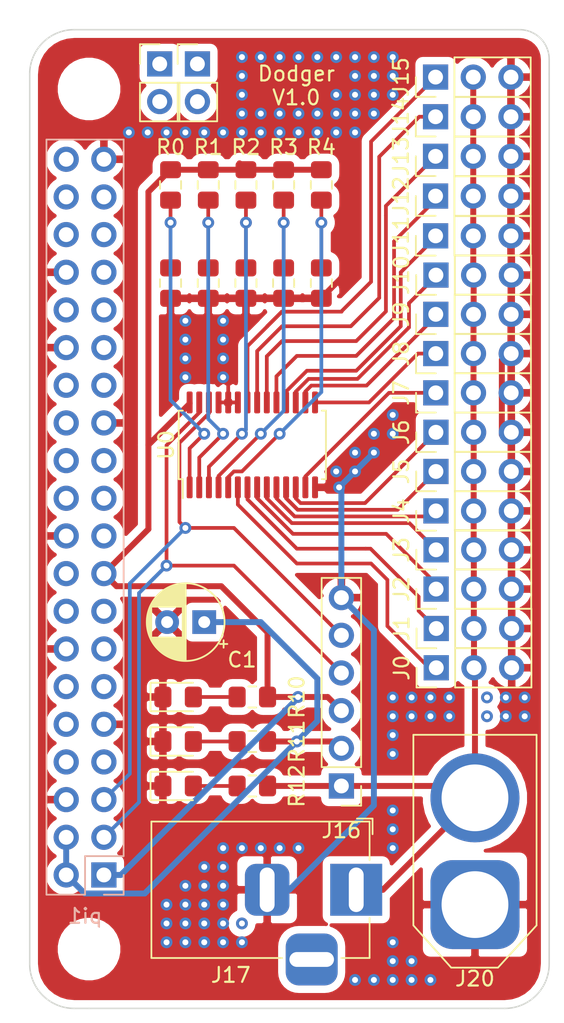
<source format=kicad_pcb>
(kicad_pcb (version 20171130) (host pcbnew "(5.1.6)-1")
  (layers (0 F.Cu signal) (31 B.Cu signal) (34 B.Paste user) (35 F.Paste user) (36 B.SilkS user) (37 F.SilkS user) (38 B.Mask user) (39 F.Mask user) (44 Edge.Cuts user))
  (net 0 "")
  (net 1 VDD)
  (net 2 GND)
  (net 3 /S11)
  (net 4 /S12)
  (net 5 /S13)
  (net 6 +5V)
  (net 7 /SCL)
  (net 8 /SDA)
  (net 9 "Net-(J_POE0-Pad1)")
  (net 10 "Net-(J_POE0-Pad2)")
  (net 11 "Net-(J_POE2-Pad2)")
  (net 12 "Net-(J_POE2-Pad1)")
  (net 13 "Net-(pi1-Pad7)")
  (net 14 "Net-(pi1-Pad12)")
  (net 15 "Net-(pi1-Pad15)")
  (net 16 "Net-(pi1-Pad19)")
  (net 17 "Net-(pi1-Pad21)")
  (net 18 "Net-(pi1-Pad23)")
  (net 19 "Net-(pi1-Pad24)")
  (net 20 "Net-(pi1-Pad26)")
  (net 21 "Net-(pi1-Pad27)")
  (net 22 "Net-(pi1-Pad28)")
  (net 23 "Net-(pi1-Pad32)")
  (net 24 "Net-(pi1-Pad35)")
  (net 25 "Net-(pi1-Pad38)")
  (net 26 "Net-(pi1-Pad40)")
  (net 27 /S0)
  (net 28 /S1)
  (net 29 /S2)
  (net 30 /S3)
  (net 31 /S4)
  (net 32 /S5)
  (net 33 /S6)
  (net 34 /S7)
  (net 35 /S8)
  (net 36 /S9)
  (net 37 /S10)
  (net 38 +3V3)
  (net 39 /S14)
  (net 40 /S15)
  (net 41 "Net-(pi1-Pad8)")
  (net 42 "Net-(pi1-Pad10)")
  (net 43 "Net-(pi1-Pad11)")
  (net 44 "Net-(pi1-Pad13)")
  (net 45 "Net-(pi1-Pad16)")
  (net 46 "Net-(pi1-Pad18)")
  (net 47 "Net-(pi1-Pad22)")
  (net 48 "Net-(pi1-Pad29)")
  (net 49 "Net-(pi1-Pad31)")
  (net 50 "Net-(pi1-Pad33)")
  (net 51 "Net-(pi1-Pad36)")
  (net 52 "Net-(pi1-Pad37)")
  (net 53 /A0)
  (net 54 /A1)
  (net 55 /A2)
  (net 56 /A3)
  (net 57 /A4)
  (net 58 "Net-(D1-Pad2)")
  (net 59 "Net-(D2-Pad2)")
  (net 60 "Net-(D3-Pad2)")
  (module Resistor_SMD:R_0805_2012Metric_Pad1.15x1.40mm_HandSolder (layer F.Cu) (at 112.03 85.09 270)
    (fp_text reference R6)
    (fp_text value R_US)
    (pad 2 smd roundrect (at 1.025 0 270) (size 1.15 1.4) (layers F.Cu F.Paste F.Mask) (roundrect_rratio 0.217391) (net 2 GND))
    (pad 1 smd roundrect (at -1.025 0 270) (size 1.15 1.4) (layers F.Cu F.Paste F.Mask) (roundrect_rratio 0.217391) (net 54 /A1))
  )
  (module Resistor_SMD:R_0805_2012Metric_Pad1.15x1.40mm_HandSolder (layer F.Cu) (at 117.11 78.47 270)
    (fp_text reference R3 (at -2.54 0 180) (layer F.SilkS))
    (fp_text value R_US)
    (pad 2 smd roundrect (at 1.025 0 270) (size 1.15 1.4) (layers F.Cu F.Paste F.Mask) (roundrect_rratio 0.217391) (net 56 /A3))
    (pad 1 smd roundrect (at -1.025 0 270) (size 1.15 1.4) (layers F.Cu F.Paste F.Mask) (roundrect_rratio 0.217391) (net 38 +3V3))
  )
  (module Resistor_SMD:R_0805_2012Metric_Pad1.15x1.40mm_HandSolder (layer F.Cu) (at 119.65 78.47 270)
    (fp_text reference R4 (at -2.54 0 180) (layer F.SilkS))
    (fp_text value R_US)
    (pad 2 smd roundrect (at 1.025 0 270) (size 1.15 1.4) (layers F.Cu F.Paste F.Mask) (roundrect_rratio 0.217391) (net 57 /A4))
    (pad 1 smd roundrect (at -1.025 0 270) (size 1.15 1.4) (layers F.Cu F.Paste F.Mask) (roundrect_rratio 0.217391) (net 38 +3V3))
  )
  (module Resistor_SMD:R_0805_2012Metric_Pad1.15x1.40mm_HandSolder (layer F.Cu) (at 114.57 78.47 270)
    (fp_text reference R2 (at -2.54 0 180) (layer F.SilkS))
    (fp_text value R_US)
    (pad 2 smd roundrect (at 1.025 0 270) (size 1.15 1.4) (layers F.Cu F.Paste F.Mask) (roundrect_rratio 0.217391) (net 55 /A2))
    (pad 1 smd roundrect (at -1.025 0 270) (size 1.15 1.4) (layers F.Cu F.Paste F.Mask) (roundrect_rratio 0.217391) (net 38 +3V3))
  )
  (module Resistor_SMD:R_0805_2012Metric_Pad1.15x1.40mm_HandSolder (layer F.Cu) (at 109.49 78.47 270)
    (fp_text reference R0 (at -2.54 0 180) (layer F.SilkS))
    (fp_text value R_US)
    (pad 2 smd roundrect (at 1.025 0 270) (size 1.15 1.4) (layers F.Cu F.Paste F.Mask) (roundrect_rratio 0.217391) (net 53 /A0))
    (pad 1 smd roundrect (at -1.025 0 270) (size 1.15 1.4) (layers F.Cu F.Paste F.Mask) (roundrect_rratio 0.217391) (net 38 +3V3))
  )
  (module Resistor_SMD:R_0805_2012Metric_Pad1.15x1.40mm_HandSolder (layer F.Cu) (at 112.03 78.47 270)
    (fp_text reference R1 (at -2.54 0 180) (layer F.SilkS))
    (fp_text value R_US)
    (pad 2 smd roundrect (at 1.025 0 270) (size 1.15 1.4) (layers F.Cu F.Paste F.Mask) (roundrect_rratio 0.217391) (net 54 /A1))
    (pad 1 smd roundrect (at -1.025 0 270) (size 1.15 1.4) (layers F.Cu F.Paste F.Mask) (roundrect_rratio 0.217391) (net 38 +3V3))
  )
  (module Package_SO:TSSOP-28_4.4x9.7mm_P0.65mm (layer F.Cu) (at 115 96 90)
    (fp_text reference U0 (at 0 -5.8 90) (layer F.SilkS))
    (fp_text value PCA9685PW)
    (pad 28 smd roundrect (at 2.8625 -4.225 90) (size 1.475 0.4) (layers F.Cu F.Paste F.Mask) (net 38 +3V3))
    (pad 27 smd roundrect (at 2.8625 -3.575 90) (size 1.475 0.4) (layers F.Cu F.Paste F.Mask) (net 8 /SDA))
    (pad 26 smd roundrect (at 2.8625 -2.925 90) (size 1.475 0.4) (layers F.Cu F.Paste F.Mask) (net 7 /SCL))
    (pad 25 smd roundrect (at 2.8625 -2.275 90) (size 1.475 0.4) (layers F.Cu F.Paste F.Mask) (net 2 GND))
    (pad 24 smd roundrect (at 2.8625 -1.625 90) (size 1.475 0.4) (layers F.Cu F.Paste F.Mask) (net 2 GND))
    (pad 23 smd roundrect (at 2.8625 -0.975 90) (size 1.475 0.4) (layers F.Cu F.Paste F.Mask) (net 2 GND))
    (pad 22 smd roundrect (at 2.8625 -0.325 90) (size 1.475 0.4) (layers F.Cu F.Paste F.Mask) (net 40 /S15))
    (pad 21 smd roundrect (at 2.8625 0.325 90) (size 1.475 0.4) (layers F.Cu F.Paste F.Mask) (net 39 /S14))
    (pad 20 smd roundrect (at 2.8625 0.975 90) (size 1.475 0.4) (layers F.Cu F.Paste F.Mask) (net 5 /S13))
    (pad 19 smd roundrect (at 2.8625 1.625 90) (size 1.475 0.4) (layers F.Cu F.Paste F.Mask) (net 4 /S12))
    (pad 18 smd roundrect (at 2.8625 2.275 90) (size 1.475 0.4) (layers F.Cu F.Paste F.Mask) (net 3 /S11))
    (pad 17 smd roundrect (at 2.8625 2.925 90) (size 1.475 0.4) (layers F.Cu F.Paste F.Mask) (net 37 /S10))
    (pad 16 smd roundrect (at 2.8625 3.575 90) (size 1.475 0.4) (layers F.Cu F.Paste F.Mask) (net 36 /S9))
    (pad 15 smd roundrect (at 2.8625 4.225 90) (size 1.475 0.4) (layers F.Cu F.Paste F.Mask) (net 35 /S8))
    (pad 14 smd roundrect (at -2.8625 4.225 90) (size 1.475 0.4) (layers F.Cu F.Paste F.Mask) (net 2 GND))
    (pad 13 smd roundrect (at -2.8625 3.575 90) (size 1.475 0.4) (layers F.Cu F.Paste F.Mask) (net 34 /S7))
    (pad 12 smd roundrect (at -2.8625 2.925 90) (size 1.475 0.4) (layers F.Cu F.Paste F.Mask) (net 33 /S6))
    (pad 11 smd roundrect (at -2.8625 2.275 90) (size 1.475 0.4) (layers F.Cu F.Paste F.Mask) (net 32 /S5))
    (pad 10 smd roundrect (at -2.8625 1.625 90) (size 1.475 0.4) (layers F.Cu F.Paste F.Mask) (net 31 /S4))
    (pad 9 smd roundrect (at -2.8625 0.975 90) (size 1.475 0.4) (layers F.Cu F.Paste F.Mask) (net 30 /S3))
    (pad 8 smd roundrect (at -2.8625 0.325 90) (size 1.475 0.4) (layers F.Cu F.Paste F.Mask) (net 29 /S2))
    (pad 7 smd roundrect (at -2.8625 -0.325 90) (size 1.475 0.4) (layers F.Cu F.Paste F.Mask) (net 28 /S1))
    (pad 6 smd roundrect (at -2.8625 -0.975 90) (size 1.475 0.4) (layers F.Cu F.Paste F.Mask) (net 27 /S0))
    (pad 5 smd roundrect (at -2.8625 -1.625 90) (size 1.475 0.4) (layers F.Cu F.Paste F.Mask) (net 57 /A4))
    (pad 4 smd roundrect (at -2.8625 -2.275 90) (size 1.475 0.4) (layers F.Cu F.Paste F.Mask) (net 56 /A3))
    (pad 3 smd roundrect (at -2.8625 -2.925 90) (size 1.475 0.4) (layers F.Cu F.Paste F.Mask) (net 55 /A2))
    (pad 2 smd roundrect (at -2.8625 -3.575 90) (size 1.475 0.4) (layers F.Cu F.Paste F.Mask) (net 54 /A1))
    (pad 1 smd roundrect (at -2.8625 -4.225 90) (size 1.475 0.4) (layers F.Cu F.Paste F.Mask) (net 53 /A0))
  )
  (module Resistor_SMD:R_0805_2012Metric_Pad1.15x1.40mm_HandSolder (layer F.Cu) (at 109.49 85.09 270)
    (fp_text reference R5)
    (fp_text value R_US)
    (pad 2 smd roundrect (at 1.025 0 270) (size 1.15 1.4) (layers F.Cu F.Paste F.Mask) (roundrect_rratio 0.217391) (net 2 GND))
    (pad 1 smd roundrect (at -1.025 0 270) (size 1.15 1.4) (layers F.Cu F.Paste F.Mask) (roundrect_rratio 0.217391) (net 53 /A0))
  )
  (module Resistor_SMD:R_0805_2012Metric_Pad1.15x1.40mm_HandSolder (layer F.Cu) (at 114.57 85.09 270)
    (fp_text reference R7)
    (fp_text value R_US)
    (pad 2 smd roundrect (at 1.025 0 270) (size 1.15 1.4) (layers F.Cu F.Paste F.Mask) (roundrect_rratio 0.217391) (net 2 GND))
    (pad 1 smd roundrect (at -1.025 0 270) (size 1.15 1.4) (layers F.Cu F.Paste F.Mask) (roundrect_rratio 0.217391) (net 55 /A2))
  )
  (module Resistor_SMD:R_0805_2012Metric_Pad1.15x1.40mm_HandSolder (layer F.Cu) (at 117.11 85.09 270)
    (fp_text reference R8)
    (fp_text value R_US)
    (pad 2 smd roundrect (at 1.025 0 270) (size 1.15 1.4) (layers F.Cu F.Paste F.Mask) (roundrect_rratio 0.217391) (net 2 GND))
    (pad 1 smd roundrect (at -1.025 0 270) (size 1.15 1.4) (layers F.Cu F.Paste F.Mask) (roundrect_rratio 0.217391) (net 56 /A3))
  )
  (module Resistor_SMD:R_0805_2012Metric_Pad1.15x1.40mm_HandSolder (layer F.Cu) (at 119.65 85.09 270)
    (fp_text reference R9)
    (fp_text value R_US)
    (pad 2 smd roundrect (at 1.025 0 270) (size 1.15 1.4) (layers F.Cu F.Paste F.Mask) (roundrect_rratio 0.217391) (net 2 GND))
    (pad 1 smd roundrect (at -1.025 0 270) (size 1.15 1.4) (layers F.Cu F.Paste F.Mask) (roundrect_rratio 0.217391) (net 57 /A4))
  )
  (module Connector_PinHeader_2.54mm:PinHeader_1x03_P2.54mm_Vertical (layer F.Cu) (at 127.3937 111.02848 90)
    (fp_text reference J0 (at 0 -2.33 90) (layer F.SilkS))
    (fp_text value Conn_01x03)
    (pad 1 thru_hole rect (at 0 0 90) (size 1.7 1.7) (drill 1) (layers *.Cu *.Mask) (net 27 /S0))
    (pad 2 thru_hole oval (at 0 2.54 90) (size 1.7 1.7) (drill 1) (layers *.Cu *.Mask) (net 1 VDD))
    (pad 3 thru_hole oval (at 0 5.08 90) (size 1.7 1.7) (drill 1) (layers *.Cu *.Mask) (net 2 GND))
  )
  (module Capacitor_THT:CP_Radial_D5.0mm_P2.50mm (layer F.Cu) (at 111.76 107.95 180)
    (fp_text reference C1 (at -2.54 -2.54) (layer F.SilkS))
    (fp_text value CAP)
    (pad 1 thru_hole rect (at 0 0 180) (size 1.6 1.6) (drill 0.8) (layers *.Cu *.Mask) (net 6 +5V))
    (pad 2 thru_hole circle (at 2.5 0 180) (size 1.6 1.6) (drill 0.8) (layers *.Cu *.Mask) (net 2 GND))
  )
  (module Connector_PinHeader_2.54mm:PinHeader_1x02_P2.54mm_Vertical (layer F.Cu) (at 111.3 70.31)
    (fp_text reference J_POE0)
    (fp_text value Conn_01x02_Female)
    (pad 1 thru_hole rect (at 0 0) (size 1.7 1.7) (drill 1) (layers *.Cu *.Mask) (net 9 "Net-(J_POE0-Pad1)"))
    (pad 2 thru_hole oval (at 0 2.54) (size 1.7 1.7) (drill 1) (layers *.Cu *.Mask) (net 10 "Net-(J_POE0-Pad2)"))
  )
  (module Connector_PinSocket_2.54mm:PinSocket_2x20_P2.54mm_Vertical (layer B.Cu) (at 105 125)
    (fp_text reference pi1 (at -1.27 2.77 180) (layer B.SilkS) (effects (justify mirror)))
    (fp_text value pi)
    (pad 1 thru_hole rect (at 0 0) (size 1.7 1.7) (drill 1) (layers *.Cu *.Mask) (net 38 +3V3))
    (pad 2 thru_hole oval (at -2.54 0) (size 1.7 1.7) (drill 1) (layers *.Cu *.Mask) (net 6 +5V))
    (pad 3 thru_hole oval (at 0 -2.54) (size 1.7 1.7) (drill 1) (layers *.Cu *.Mask) (net 8 /SDA))
    (pad 4 thru_hole oval (at -2.54 -2.54) (size 1.7 1.7) (drill 1) (layers *.Cu *.Mask) (net 6 +5V))
    (pad 5 thru_hole oval (at 0 -5.08) (size 1.7 1.7) (drill 1) (layers *.Cu *.Mask) (net 7 /SCL))
    (pad 6 thru_hole oval (at -2.54 -5.08) (size 1.7 1.7) (drill 1) (layers *.Cu *.Mask) (net 2 GND))
    (pad 7 thru_hole oval (at 0 -7.62) (size 1.7 1.7) (drill 1) (layers *.Cu *.Mask) (net 13 "Net-(pi1-Pad7)"))
    (pad 8 thru_hole oval (at -2.54 -7.62) (size 1.7 1.7) (drill 1) (layers *.Cu *.Mask) (net 41 "Net-(pi1-Pad8)"))
    (pad 9 thru_hole oval (at 0 -10.16) (size 1.7 1.7) (drill 1) (layers *.Cu *.Mask) (net 2 GND))
    (pad 10 thru_hole oval (at -2.54 -10.16) (size 1.7 1.7) (drill 1) (layers *.Cu *.Mask) (net 42 "Net-(pi1-Pad10)"))
    (pad 11 thru_hole oval (at 0 -12.7) (size 1.7 1.7) (drill 1) (layers *.Cu *.Mask) (net 43 "Net-(pi1-Pad11)"))
    (pad 12 thru_hole oval (at -2.54 -12.7) (size 1.7 1.7) (drill 1) (layers *.Cu *.Mask) (net 14 "Net-(pi1-Pad12)"))
    (pad 13 thru_hole oval (at 0 -15.24) (size 1.7 1.7) (drill 1) (layers *.Cu *.Mask) (net 44 "Net-(pi1-Pad13)"))
    (pad 14 thru_hole oval (at -2.54 -15.24) (size 1.7 1.7) (drill 1) (layers *.Cu *.Mask) (net 2 GND))
    (pad 15 thru_hole oval (at 0 -17.78) (size 1.7 1.7) (drill 1) (layers *.Cu *.Mask) (net 15 "Net-(pi1-Pad15)"))
    (pad 16 thru_hole oval (at -2.54 -17.78) (size 1.7 1.7) (drill 1) (layers *.Cu *.Mask) (net 45 "Net-(pi1-Pad16)"))
    (pad 17 thru_hole oval (at 0 -20.32) (size 1.7 1.7) (drill 1) (layers *.Cu *.Mask) (net 38 +3V3))
    (pad 18 thru_hole oval (at -2.54 -20.32) (size 1.7 1.7) (drill 1) (layers *.Cu *.Mask) (net 46 "Net-(pi1-Pad18)"))
    (pad 19 thru_hole oval (at 0 -22.86) (size 1.7 1.7) (drill 1) (layers *.Cu *.Mask) (net 16 "Net-(pi1-Pad19)"))
    (pad 20 thru_hole oval (at -2.54 -22.86) (size 1.7 1.7) (drill 1) (layers *.Cu *.Mask) (net 2 GND))
    (pad 21 thru_hole oval (at 0 -25.4) (size 1.7 1.7) (drill 1) (layers *.Cu *.Mask) (net 17 "Net-(pi1-Pad21)"))
    (pad 22 thru_hole oval (at -2.54 -25.4) (size 1.7 1.7) (drill 1) (layers *.Cu *.Mask) (net 47 "Net-(pi1-Pad22)"))
    (pad 23 thru_hole oval (at 0 -27.94) (size 1.7 1.7) (drill 1) (layers *.Cu *.Mask) (net 18 "Net-(pi1-Pad23)"))
    (pad 24 thru_hole oval (at -2.54 -27.94) (size 1.7 1.7) (drill 1) (layers *.Cu *.Mask) (net 19 "Net-(pi1-Pad24)"))
    (pad 25 thru_hole oval (at 0 -30.48) (size 1.7 1.7) (drill 1) (layers *.Cu *.Mask) (net 2 GND))
    (pad 26 thru_hole oval (at -2.54 -30.48) (size 1.7 1.7) (drill 1) (layers *.Cu *.Mask) (net 20 "Net-(pi1-Pad26)"))
    (pad 27 thru_hole oval (at 0 -33.02) (size 1.7 1.7) (drill 1) (layers *.Cu *.Mask) (net 21 "Net-(pi1-Pad27)"))
    (pad 28 thru_hole oval (at -2.54 -33.02) (size 1.7 1.7) (drill 1) (layers *.Cu *.Mask) (net 22 "Net-(pi1-Pad28)"))
    (pad 29 thru_hole oval (at 0 -35.56) (size 1.7 1.7) (drill 1) (layers *.Cu *.Mask) (net 48 "Net-(pi1-Pad29)"))
    (pad 30 thru_hole oval (at -2.54 -35.56) (size 1.7 1.7) (drill 1) (layers *.Cu *.Mask) (net 2 GND))
    (pad 31 thru_hole oval (at 0 -38.1) (size 1.7 1.7) (drill 1) (layers *.Cu *.Mask) (net 49 "Net-(pi1-Pad31)"))
    (pad 32 thru_hole oval (at -2.54 -38.1) (size 1.7 1.7) (drill 1) (layers *.Cu *.Mask) (net 23 "Net-(pi1-Pad32)"))
    (pad 33 thru_hole oval (at 0 -40.64) (size 1.7 1.7) (drill 1) (layers *.Cu *.Mask) (net 50 "Net-(pi1-Pad33)"))
    (pad 34 thru_hole oval (at -2.54 -40.64) (size 1.7 1.7) (drill 1) (layers *.Cu *.Mask) (net 2 GND))
    (pad 35 thru_hole oval (at 0 -43.18) (size 1.7 1.7) (drill 1) (layers *.Cu *.Mask) (net 24 "Net-(pi1-Pad35)"))
    (pad 36 thru_hole oval (at -2.54 -43.18) (size 1.7 1.7) (drill 1) (layers *.Cu *.Mask) (net 51 "Net-(pi1-Pad36)"))
    (pad 37 thru_hole oval (at 0 -45.72) (size 1.7 1.7) (drill 1) (layers *.Cu *.Mask) (net 52 "Net-(pi1-Pad37)"))
    (pad 38 thru_hole oval (at -2.54 -45.72) (size 1.7 1.7) (drill 1) (layers *.Cu *.Mask) (net 25 "Net-(pi1-Pad38)"))
    (pad 39 thru_hole oval (at 0 -48.26) (size 1.7 1.7) (drill 1) (layers *.Cu *.Mask) (net 2 GND))
    (pad 40 thru_hole oval (at -2.54 -48.26) (size 1.7 1.7) (drill 1) (layers *.Cu *.Mask) (net 26 "Net-(pi1-Pad40)"))
  )
  (module Connector_PinHeader_2.54mm:PinHeader_1x03_P2.54mm_Vertical (layer F.Cu) (at 127.381 103.07574 90)
    (fp_text reference J3 (at 0 -2.33 90) (layer F.SilkS))
    (fp_text value Conn_01x03)
    (pad 1 thru_hole rect (at 0 0 90) (size 1.7 1.7) (drill 1) (layers *.Cu *.Mask) (net 30 /S3))
    (pad 2 thru_hole oval (at 0 2.54 90) (size 1.7 1.7) (drill 1) (layers *.Cu *.Mask) (net 1 VDD))
    (pad 3 thru_hole oval (at 0 5.08 90) (size 1.7 1.7) (drill 1) (layers *.Cu *.Mask) (net 2 GND))
  )
  (module Resistor_SMD:R_0805_2012Metric_Pad1.15x1.40mm_HandSolder (layer F.Cu) (at 115 119 180)
    (fp_text reference R12 (at -3 0 270) (layer F.SilkS))
    (fp_text value R_US)
    (pad 2 smd roundrect (at 1.025 0 180) (size 1.15 1.4) (layers F.Cu F.Paste F.Mask) (roundrect_rratio 0.217391) (net 60 "Net-(D3-Pad2)"))
    (pad 1 smd roundrect (at -1.025 0 180) (size 1.15 1.4) (layers F.Cu F.Paste F.Mask) (roundrect_rratio 0.217391) (net 1 VDD))
  )
  (module Resistor_SMD:R_0805_2012Metric_Pad1.15x1.40mm_HandSolder (layer F.Cu) (at 115 116 180)
    (fp_text reference R11 (at -3 0 270) (layer F.SilkS))
    (fp_text value R_US)
    (pad 2 smd roundrect (at 1.025 0 180) (size 1.15 1.4) (layers F.Cu F.Paste F.Mask) (roundrect_rratio 0.217391) (net 59 "Net-(D2-Pad2)"))
    (pad 1 smd roundrect (at -1.025 0 180) (size 1.15 1.4) (layers F.Cu F.Paste F.Mask) (roundrect_rratio 0.217391) (net 6 +5V))
  )
  (module Resistor_SMD:R_0805_2012Metric_Pad1.15x1.40mm_HandSolder (layer F.Cu) (at 115 113 180)
    (fp_text reference R10 (at -3 0 270) (layer F.SilkS))
    (fp_text value R_US)
    (pad 2 smd roundrect (at 1.025 0 180) (size 1.15 1.4) (layers F.Cu F.Paste F.Mask) (roundrect_rratio 0.217391) (net 58 "Net-(D1-Pad2)"))
    (pad 1 smd roundrect (at -1.025 0 180) (size 1.15 1.4) (layers F.Cu F.Paste F.Mask) (roundrect_rratio 0.217391) (net 38 +3V3))
  )
  (module LED_SMD:LED_0805_2012Metric_Pad1.15x1.40mm_HandSolder (layer F.Cu) (at 110 119)
    (fp_text reference D3)
    (fp_text value LED)
    (pad 2 smd roundrect (at 1.025 0) (size 1.15 1.4) (layers F.Cu F.Paste F.Mask) (roundrect_rratio 0.217391) (net 60 "Net-(D3-Pad2)"))
    (pad 1 smd roundrect (at -1.025 0) (size 1.15 1.4) (layers F.Cu F.Paste F.Mask) (roundrect_rratio 0.217391) (net 2 GND))
  )
  (module LED_SMD:LED_0805_2012Metric_Pad1.15x1.40mm_HandSolder (layer F.Cu) (at 110 116)
    (fp_text reference D2)
    (fp_text value LED)
    (pad 2 smd roundrect (at 1.025 0) (size 1.15 1.4) (layers F.Cu F.Paste F.Mask) (roundrect_rratio 0.217391) (net 59 "Net-(D2-Pad2)"))
    (pad 1 smd roundrect (at -1.025 0) (size 1.15 1.4) (layers F.Cu F.Paste F.Mask) (roundrect_rratio 0.217391) (net 2 GND))
  )
  (module LED_SMD:LED_0805_2012Metric_Pad1.15x1.40mm_HandSolder (layer F.Cu) (at 110 113)
    (fp_text reference D1)
    (fp_text value LED)
    (pad 2 smd roundrect (at 1.025 0) (size 1.15 1.4) (layers F.Cu F.Paste F.Mask) (roundrect_rratio 0.217391) (net 58 "Net-(D1-Pad2)"))
    (pad 1 smd roundrect (at -1.025 0) (size 1.15 1.4) (layers F.Cu F.Paste F.Mask) (roundrect_rratio 0.217391) (net 2 GND))
  )
  (module Connector_PinHeader_2.54mm:PinHeader_1x03_P2.54mm_Vertical (layer F.Cu) (at 127.34544 71.19874 90)
    (fp_text reference J15 (at 0 -2.33 90) (layer F.SilkS))
    (fp_text value Conn_01x03)
    (pad 1 thru_hole rect (at 0 0 90) (size 1.7 1.7) (drill 1) (layers *.Cu *.Mask) (net 40 /S15))
    (pad 2 thru_hole oval (at 0 2.54 90) (size 1.7 1.7) (drill 1) (layers *.Cu *.Mask) (net 1 VDD))
    (pad 3 thru_hole oval (at 0 5.08 90) (size 1.7 1.7) (drill 1) (layers *.Cu *.Mask) (net 2 GND))
  )
  (module Connector_PinHeader_2.54mm:PinHeader_1x03_P2.54mm_Vertical (layer F.Cu) (at 127.34544 73.87336 90)
    (fp_text reference J14 (at 0 -2.33 90) (layer F.SilkS))
    (fp_text value Conn_01x03)
    (pad 1 thru_hole rect (at 0 0 90) (size 1.7 1.7) (drill 1) (layers *.Cu *.Mask) (net 39 /S14))
    (pad 2 thru_hole oval (at 0 2.54 90) (size 1.7 1.7) (drill 1) (layers *.Cu *.Mask) (net 1 VDD))
    (pad 3 thru_hole oval (at 0 5.08 90) (size 1.7 1.7) (drill 1) (layers *.Cu *.Mask) (net 2 GND))
  )
  (module Connector_PinHeader_2.54mm:PinHeader_1x03_P2.54mm_Vertical (layer F.Cu) (at 127.34544 76.54036 90)
    (fp_text reference J13 (at 0 -2.33 90) (layer F.SilkS))
    (fp_text value Conn_01x03)
    (pad 1 thru_hole rect (at 0 0 90) (size 1.7 1.7) (drill 1) (layers *.Cu *.Mask) (net 5 /S13))
    (pad 2 thru_hole oval (at 0 2.54 90) (size 1.7 1.7) (drill 1) (layers *.Cu *.Mask) (net 1 VDD))
    (pad 3 thru_hole oval (at 0 5.08 90) (size 1.7 1.7) (drill 1) (layers *.Cu *.Mask) (net 2 GND))
  )
  (module Connector_PinHeader_2.54mm:PinHeader_1x03_P2.54mm_Vertical (layer F.Cu) (at 127.34544 79.22006 90)
    (fp_text reference J12 (at 0 -2.33 90) (layer F.SilkS))
    (fp_text value Conn_01x03)
    (pad 1 thru_hole rect (at 0 0 90) (size 1.7 1.7) (drill 1) (layers *.Cu *.Mask) (net 4 /S12))
    (pad 2 thru_hole oval (at 0 2.54 90) (size 1.7 1.7) (drill 1) (layers *.Cu *.Mask) (net 1 VDD))
    (pad 3 thru_hole oval (at 0 5.08 90) (size 1.7 1.7) (drill 1) (layers *.Cu *.Mask) (net 2 GND))
  )
  (module Connector_BarrelJack:BarrelJack_Horizontal (layer F.Cu) (at 122 126)
    (fp_text reference J17 (at -8.45 5.75) (layer F.SilkS))
    (fp_text value Barrel_Jack)
    (pad 3 thru_hole roundrect (at -3 4.7) (size 3.5 3.5) (drill oval 3 1) (layers *.Cu *.Mask))
    (pad 2 thru_hole roundrect (at -6 0) (size 3 3.5) (drill oval 1 3) (layers *.Cu *.Mask) (net 2 GND))
    (pad 1 thru_hole rect (at 0 0) (size 3.5 3.5) (drill oval 1 3) (layers *.Cu *.Mask) (net 1 VDD))
  )
  (module MountingHole:MountingHole_3.2mm_M3 (layer F.Cu) (at 104 130)
    (fp_text reference M3_bottom hide)
    (fp_text value MountingHole_3.2mm_M3)
    (pad 1 np_thru_hole circle (at 0 0) (size 3.2 3.2) (drill 3.2) (layers *.Cu *.Mask))
  )
  (module MountingHole:MountingHole_3.2mm_M3 (layer F.Cu) (at 104 72)
    (fp_text reference M3_top)
    (fp_text value MountingHole_3.2mm_M3)
    (pad 1 np_thru_hole circle (at 0 0) (size 3.2 3.2) (drill 3.2) (layers *.Cu *.Mask))
  )
  (module Connector_PinHeader_2.54mm:PinHeader_1x03_P2.54mm_Vertical (layer F.Cu) (at 127.3937 108.3818 90)
    (fp_text reference J1 (at 0 -2.33 90) (layer F.SilkS))
    (fp_text value Conn_01x03)
    (pad 3 thru_hole oval (at 0 5.08 90) (size 1.7 1.7) (drill 1) (layers *.Cu *.Mask) (net 2 GND))
    (pad 2 thru_hole oval (at 0 2.54 90) (size 1.7 1.7) (drill 1) (layers *.Cu *.Mask) (net 1 VDD))
    (pad 1 thru_hole rect (at 0 0 90) (size 1.7 1.7) (drill 1) (layers *.Cu *.Mask) (net 28 /S1))
  )
  (module Connector_PinHeader_2.54mm:PinHeader_1x03_P2.54mm_Vertical (layer F.Cu) (at 127.381 105.72242 90)
    (fp_text reference J2 (at 0 -2.33 90) (layer F.SilkS))
    (fp_text value Conn_01x03)
    (pad 3 thru_hole oval (at 0 5.08 90) (size 1.7 1.7) (drill 1) (layers *.Cu *.Mask) (net 2 GND))
    (pad 2 thru_hole oval (at 0 2.54 90) (size 1.7 1.7) (drill 1) (layers *.Cu *.Mask) (net 1 VDD))
    (pad 1 thru_hole rect (at 0 0 90) (size 1.7 1.7) (drill 1) (layers *.Cu *.Mask) (net 29 /S2))
  )
  (module Connector_PinHeader_2.54mm:PinHeader_1x03_P2.54mm_Vertical (layer F.Cu) (at 127.37084 100.45192 90)
    (fp_text reference J4 (at 0 -2.33 90) (layer F.SilkS))
    (fp_text value Conn_01x03)
    (pad 1 thru_hole rect (at 0 0 90) (size 1.7 1.7) (drill 1) (layers *.Cu *.Mask) (net 31 /S4))
    (pad 2 thru_hole oval (at 0 2.54 90) (size 1.7 1.7) (drill 1) (layers *.Cu *.Mask) (net 1 VDD))
    (pad 3 thru_hole oval (at 0 5.08 90) (size 1.7 1.7) (drill 1) (layers *.Cu *.Mask) (net 2 GND))
  )
  (module Connector_PinHeader_2.54mm:PinHeader_1x03_P2.54mm_Vertical (layer F.Cu) (at 127.37084 97.79254 90)
    (fp_text reference J5 (at 0 -2.33 90) (layer F.SilkS))
    (fp_text value Conn_01x03)
    (pad 3 thru_hole oval (at 0 5.08 90) (size 1.7 1.7) (drill 1) (layers *.Cu *.Mask) (net 2 GND))
    (pad 2 thru_hole oval (at 0 2.54 90) (size 1.7 1.7) (drill 1) (layers *.Cu *.Mask) (net 1 VDD))
    (pad 1 thru_hole rect (at 0 0 90) (size 1.7 1.7) (drill 1) (layers *.Cu *.Mask) (net 32 /S5))
  )
  (module Connector_PinHeader_2.54mm:PinHeader_1x03_P2.54mm_Vertical (layer F.Cu) (at 127.37084 95.1484 90)
    (fp_text reference J6 (at 0 -2.33 90) (layer F.SilkS))
    (fp_text value Conn_01x03)
    (pad 3 thru_hole oval (at 0 5.08 90) (size 1.7 1.7) (drill 1) (layers *.Cu *.Mask) (net 2 GND))
    (pad 2 thru_hole oval (at 0 2.54 90) (size 1.7 1.7) (drill 1) (layers *.Cu *.Mask) (net 1 VDD))
    (pad 1 thru_hole rect (at 0 0 90) (size 1.7 1.7) (drill 1) (layers *.Cu *.Mask) (net 33 /S6))
  )
  (module Connector_PinHeader_2.54mm:PinHeader_1x03_P2.54mm_Vertical (layer F.Cu) (at 127.36068 92.48902 90)
    (fp_text reference J7 (at 0 -2.33 90) (layer F.SilkS))
    (fp_text value Conn_01x03)
    (pad 3 thru_hole oval (at 0 5.08 90) (size 1.7 1.7) (drill 1) (layers *.Cu *.Mask) (net 2 GND))
    (pad 2 thru_hole oval (at 0 2.54 90) (size 1.7 1.7) (drill 1) (layers *.Cu *.Mask) (net 1 VDD))
    (pad 1 thru_hole rect (at 0 0 90) (size 1.7 1.7) (drill 1) (layers *.Cu *.Mask) (net 34 /S7))
  )
  (module Connector_PinHeader_2.54mm:PinHeader_1x03_P2.54mm_Vertical (layer F.Cu) (at 127.36068 89.84234 90)
    (fp_text reference J8 (at 0 -2.33 90) (layer F.SilkS))
    (fp_text value Conn_01x03)
    (pad 1 thru_hole rect (at 0 0 90) (size 1.7 1.7) (drill 1) (layers *.Cu *.Mask) (net 35 /S8))
    (pad 2 thru_hole oval (at 0 2.54 90) (size 1.7 1.7) (drill 1) (layers *.Cu *.Mask) (net 1 VDD))
    (pad 3 thru_hole oval (at 0 5.08 90) (size 1.7 1.7) (drill 1) (layers *.Cu *.Mask) (net 2 GND))
  )
  (module Connector_PinHeader_2.54mm:PinHeader_1x03_P2.54mm_Vertical (layer F.Cu) (at 127.36068 87.19566 90)
    (fp_text reference J9 (at 0 -2.33 90) (layer F.SilkS))
    (fp_text value Conn_01x03)
    (pad 1 thru_hole rect (at 0 0 90) (size 1.7 1.7) (drill 1) (layers *.Cu *.Mask) (net 36 /S9))
    (pad 2 thru_hole oval (at 0 2.54 90) (size 1.7 1.7) (drill 1) (layers *.Cu *.Mask) (net 1 VDD))
    (pad 3 thru_hole oval (at 0 5.08 90) (size 1.7 1.7) (drill 1) (layers *.Cu *.Mask) (net 2 GND))
  )
  (module Connector_PinHeader_2.54mm:PinHeader_1x03_P2.54mm_Vertical (layer F.Cu) (at 127.37084 84.54898 90)
    (fp_text reference J10 (at 0 -2.33 90) (layer F.SilkS))
    (fp_text value Conn_01x03)
    (pad 1 thru_hole rect (at 0 0 90) (size 1.7 1.7) (drill 1) (layers *.Cu *.Mask) (net 37 /S10))
    (pad 2 thru_hole oval (at 0 2.54 90) (size 1.7 1.7) (drill 1) (layers *.Cu *.Mask) (net 1 VDD))
    (pad 3 thru_hole oval (at 0 5.08 90) (size 1.7 1.7) (drill 1) (layers *.Cu *.Mask) (net 2 GND))
  )
  (module Connector_PinHeader_2.54mm:PinHeader_1x03_P2.54mm_Vertical (layer F.Cu) (at 127.34798 81.90484 90)
    (fp_text reference J11 (at 0 -2.33 90) (layer F.SilkS))
    (fp_text value Conn_01x03)
    (pad 3 thru_hole oval (at 0 5.08 90) (size 1.7 1.7) (drill 1) (layers *.Cu *.Mask) (net 2 GND))
    (pad 2 thru_hole oval (at 0 2.54 90) (size 1.7 1.7) (drill 1) (layers *.Cu *.Mask) (net 1 VDD))
    (pad 1 thru_hole rect (at 0 0 90) (size 1.7 1.7) (drill 1) (layers *.Cu *.Mask) (net 3 /S11))
  )
  (module Connector_AMASS:AMASS_XT60-M_1x02_P7.20mm_Vertical (layer F.Cu) (at 130 127 90)
    (fp_text reference J20 (at -5 0) (layer F.SilkS))
    (fp_text value Conn_01x02)
    (pad 2 thru_hole circle (at 7.2 0 90) (size 6 6) (drill 4.5) (layers *.Cu *.Mask) (net 1 VDD))
    (pad 1 thru_hole roundrect (at 0 0 90) (size 6 6) (drill 4.5) (layers *.Cu *.Mask) (net 2 GND))
  )
  (module Connector_PinHeader_2.54mm:PinHeader_1x06_P2.54mm_Vertical (layer F.Cu) (at 121 119 180)
    (fp_text reference J16 (at 0 -3) (layer F.SilkS))
    (fp_text value Conn_01x06_Male)
    (pad 1 thru_hole rect (at 0 0 180) (size 1.7 1.7) (drill 1) (layers *.Cu *.Mask) (net 1 VDD))
    (pad 2 thru_hole oval (at 0 2.54 180) (size 1.7 1.7) (drill 1) (layers *.Cu *.Mask) (net 6 +5V))
    (pad 3 thru_hole oval (at 0 5.08 180) (size 1.7 1.7) (drill 1) (layers *.Cu *.Mask) (net 38 +3V3))
    (pad 4 thru_hole oval (at 0 7.62 180) (size 1.7 1.7) (drill 1) (layers *.Cu *.Mask) (net 8 /SDA))
    (pad 5 thru_hole oval (at 0 10.16 180) (size 1.7 1.7) (drill 1) (layers *.Cu *.Mask) (net 7 /SCL))
    (pad 6 thru_hole oval (at 0 12.7 180) (size 1.7 1.7) (drill 1) (layers *.Cu *.Mask) (net 2 GND))
  )
  (module Connector_PinHeader_2.54mm:PinHeader_1x02_P2.54mm_Vertical (layer F.Cu) (at 108.76 70.31)
    (fp_text reference J_POE2)
    (fp_text value Conn_01x02_Female)
    (pad 2 thru_hole oval (at 0 2.54) (size 1.7 1.7) (drill 1) (layers *.Cu *.Mask) (net 11 "Net-(J_POE2-Pad2)"))
    (pad 1 thru_hole rect (at 0 0) (size 1.7 1.7) (drill 1) (layers *.Cu *.Mask) (net 12 "Net-(J_POE2-Pad1)"))
  )
  (gr_line (start 135 130) (end 135 72) (layer Edge.Cuts) (width 0.1))
  (gr_text "Dodger\nV1.0\n" (at 117.96522 71.77278) (layer F.SilkS) (effects (font (size 1 1))))
  (gr_line (start 135 70) (end 135 71) (layer Edge.Cuts) (width 0.1))
  (gr_arc (start 133 70) (end 135 70) (angle -90) (layer Edge.Cuts) (width 0.1))
  (gr_line (start 132 68) (end 133 68) (layer Edge.Cuts) (width 0.1))
  (gr_arc (start 103 71) (end 103 68) (angle -90) (layer Edge.Cuts) (width 0.1))
  (gr_line (start 100 131) (end 100 71) (layer Edge.Cuts) (width 0.1))
  (gr_line (start 104 134) (end 103 134) (layer Edge.Cuts) (width 0.1))
  (gr_line (start 132 134) (end 131 134) (layer Edge.Cuts) (width 0.1))
  (gr_line (start 135 131) (end 135 130) (layer Edge.Cuts) (width 0.1))
  (gr_arc (start 132 131) (end 132 134) (angle -90) (layer Edge.Cuts) (width 0.1))
  (gr_arc (start 103 131) (end 100 131) (angle -90) (layer Edge.Cuts) (width 0.1))
  (gr_line (start 132 68) (end 103 68) (layer Edge.Cuts) (width 0.1))
  (gr_line (start 135 72) (end 135 71) (layer Edge.Cuts) (width 0.1))
  (gr_line (start 104 134) (end 131 134) (layer Edge.Cuts) (width 0.1))
  (via (at 130.81 114.3) (size 0.8) (drill 0.4) (layers F.Cu B.Cu) (net 0))
  (via (at 130.81 113.03) (size 0.8) (drill 0.4) (layers F.Cu B.Cu) (net 0))
  (via (at 114.3 128.27) (size 0.8) (drill 0.4) (layers F.Cu B.Cu) (net 0))
  (segment (start 123.8 126) (end 122 126) (width 0.4) (layer F.Cu) (net 1))
  (segment (start 130 119.8) (end 123.8 126) (width 0.4) (layer F.Cu) (net 1))
  (segment (start 129.27 119.07) (end 130 119.8) (width 0.4) (layer F.Cu) (net 1))
  (segment (start 130 119.8) (end 130 111.3) (width 0.4) (layer F.Cu) (net 1))
  (segment (start 129.2 119) (end 130 119.8) (width 0.4) (layer F.Cu) (net 1))
  (segment (start 121 119) (end 129.2 119) (width 0.4) (layer F.Cu) (net 1))
  (segment (start 121 119) (end 116.025 119) (width 0.4) (layer F.Cu) (net 1))
  (segment (start 129.88544 71.19874) (end 129.88544 73.87336) (width 0.4) (layer F.Cu) (net 1))
  (segment (start 129.88544 73.87336) (end 129.88544 76.54036) (width 0.4) (layer F.Cu) (net 1))
  (segment (start 129.88544 76.54036) (end 129.88544 79.22006) (width 0.4) (layer F.Cu) (net 1))
  (segment (start 129.88544 81.9023) (end 129.88798 81.90484) (width 0.4) (layer F.Cu) (net 1))
  (segment (start 129.88544 79.22006) (end 129.88544 81.9023) (width 0.4) (layer F.Cu) (net 1))
  (segment (start 129.88798 84.52612) (end 129.91084 84.54898) (width 0.4) (layer F.Cu) (net 1))
  (segment (start 129.88798 81.90484) (end 129.88798 84.52612) (width 0.4) (layer F.Cu) (net 1))
  (segment (start 129.91084 87.1855) (end 129.90068 87.19566) (width 0.4) (layer F.Cu) (net 1))
  (segment (start 129.91084 84.54898) (end 129.91084 87.1855) (width 0.4) (layer F.Cu) (net 1))
  (segment (start 129.90068 87.19566) (end 129.90068 89.84234) (width 0.4) (layer F.Cu) (net 1))
  (segment (start 129.90068 92.48902) (end 129.90068 89.84234) (width 0.4) (layer F.Cu) (net 1))
  (segment (start 129.90068 95.13824) (end 129.91084 95.1484) (width 0.4) (layer F.Cu) (net 1))
  (segment (start 129.90068 92.48902) (end 129.90068 95.13824) (width 0.4) (layer F.Cu) (net 1))
  (segment (start 129.91084 95.1484) (end 129.91084 97.79254) (width 0.4) (layer F.Cu) (net 1))
  (segment (start 129.91084 97.79254) (end 129.91084 100.45192) (width 0.4) (layer F.Cu) (net 1))
  (segment (start 129.91084 103.06558) (end 129.921 103.07574) (width 0.4) (layer F.Cu) (net 1))
  (segment (start 129.91084 100.45192) (end 129.91084 103.06558) (width 0.4) (layer F.Cu) (net 1))
  (segment (start 129.921 103.07574) (end 129.921 105.72242) (width 0.4) (layer F.Cu) (net 1))
  (segment (start 129.921 108.3691) (end 129.9337 108.3818) (width 0.4) (layer F.Cu) (net 1))
  (segment (start 129.921 105.72242) (end 129.921 108.3691) (width 0.4) (layer F.Cu) (net 1))
  (segment (start 129.9337 108.3818) (end 129.9337 111.02848) (width 0.4) (layer F.Cu) (net 1))
  (segment (start 131.81 92.79) (end 131.81 90.25) (width 0.4) (layer F.Cu) (net 2))
  (segment (start 131.81 92.79) (end 131.81 95.33) (width 0.4) (layer F.Cu) (net 2))
  (segment (start 120.8475 106.1475) (end 121 106.3) (width 0.4) (layer B.Cu) (net 2))
  (via (at 133.35 114.3) (size 0.8) (drill 0.4) (layers F.Cu B.Cu) (net 2))
  (via (at 128.27 113.03) (size 0.8) (drill 0.4) (layers F.Cu B.Cu) (net 2))
  (via (at 124.46 116.84) (size 0.8) (drill 0.4) (layers F.Cu B.Cu) (net 2))
  (via (at 125.73 113.03) (size 0.8) (drill 0.4) (layers F.Cu B.Cu) (net 2))
  (via (at 127 113.03) (size 0.8) (drill 0.4) (layers F.Cu B.Cu) (net 2))
  (via (at 124.46 115.57) (size 0.8) (drill 0.4) (layers F.Cu B.Cu) (net 2))
  (via (at 132.08 114.3) (size 0.8) (drill 0.4) (layers F.Cu B.Cu) (net 2))
  (via (at 133.35 113.03) (size 0.8) (drill 0.4) (layers F.Cu B.Cu) (net 2))
  (via (at 132.08 113.03) (size 0.8) (drill 0.4) (layers F.Cu B.Cu) (net 2))
  (via (at 124.46 113.03) (size 0.8) (drill 0.4) (layers F.Cu B.Cu) (net 2))
  (via (at 124.46 114.3) (size 0.8) (drill 0.4) (layers F.Cu B.Cu) (net 2))
  (via (at 128.27 114.3) (size 0.8) (drill 0.4) (layers F.Cu B.Cu) (net 2))
  (via (at 125.73 114.3) (size 0.8) (drill 0.4) (layers F.Cu B.Cu) (net 2))
  (via (at 127 114.3) (size 0.8) (drill 0.4) (layers F.Cu B.Cu) (net 2))
  (segment (start 121 106.3) (end 123.19 108.49) (width 0.4) (layer B.Cu) (net 2))
  (segment (start 123.19 108.49) (end 123.19 120.31) (width 0.4) (layer B.Cu) (net 2))
  (segment (start 121 106.3) (end 121 98.71) (width 0.4) (layer B.Cu) (net 2))
  (segment (start 120.8475 98.8625) (end 121.92 97.79) (width 0.4) (layer F.Cu) (net 2))
  (segment (start 121 98.71) (end 123.19 96.52) (width 0.4) (layer B.Cu) (net 2))
  (via (at 124.46 95.25) (size 0.8) (drill 0.4) (layers F.Cu B.Cu) (net 2))
  (via (at 123.19 95.25) (size 0.8) (drill 0.4) (layers F.Cu B.Cu) (net 2))
  (via (at 121.92 96.52) (size 0.8) (drill 0.4) (layers F.Cu B.Cu) (net 2))
  (via (at 124.46 93.98) (size 0.8) (drill 0.4) (layers F.Cu B.Cu) (net 2))
  (via (at 121.92 97.79) (size 0.8) (drill 0.4) (layers F.Cu B.Cu) (net 2))
  (via (at 123.19 96.52) (size 0.8) (drill 0.4) (layers F.Cu B.Cu) (net 2))
  (segment (start 121.92 97.79) (end 123.19 96.52) (width 0.4) (layer F.Cu) (net 2))
  (via (at 116.84 74.93) (size 0.8) (drill 0.4) (layers F.Cu B.Cu) (net 2))
  (via (at 116.84 73.66) (size 0.8) (drill 0.4) (layers F.Cu B.Cu) (net 2))
  (via (at 115.57 73.66) (size 0.8) (drill 0.4) (layers F.Cu B.Cu) (net 2))
  (via (at 115.57 74.93) (size 0.8) (drill 0.4) (layers F.Cu B.Cu) (net 2))
  (via (at 111.76 74.93) (size 0.8) (drill 0.4) (layers F.Cu B.Cu) (net 2))
  (via (at 107.95 74.93) (size 0.8) (drill 0.4) (layers F.Cu B.Cu) (net 2))
  (via (at 109.22 74.93) (size 0.8) (drill 0.4) (layers F.Cu B.Cu) (net 2))
  (via (at 110.49 74.93) (size 0.8) (drill 0.4) (layers F.Cu B.Cu) (net 2))
  (via (at 106.68 74.93) (size 0.8) (drill 0.4) (layers F.Cu B.Cu) (net 2))
  (via (at 113.03 74.93) (size 0.8) (drill 0.4) (layers F.Cu B.Cu) (net 2))
  (via (at 120.65 69.85) (size 0.8) (drill 0.4) (layers F.Cu B.Cu) (net 2))
  (via (at 119.38 69.85) (size 0.8) (drill 0.4) (layers F.Cu B.Cu) (net 2))
  (via (at 118.11 69.85) (size 0.8) (drill 0.4) (layers F.Cu B.Cu) (net 2))
  (via (at 116.84 69.85) (size 0.8) (drill 0.4) (layers F.Cu B.Cu) (net 2))
  (via (at 115.57 69.85) (size 0.8) (drill 0.4) (layers F.Cu B.Cu) (net 2))
  (via (at 120.65 72.39) (size 0.8) (drill 0.4) (layers F.Cu B.Cu) (net 2))
  (via (at 114.3 71.12) (size 0.8) (drill 0.4) (layers F.Cu B.Cu) (net 2))
  (via (at 114.3 73.66) (size 0.8) (drill 0.4) (layers F.Cu B.Cu) (net 2))
  (via (at 114.3 69.85) (size 0.8) (drill 0.4) (layers F.Cu B.Cu) (net 2))
  (via (at 114.3 74.93) (size 0.8) (drill 0.4) (layers F.Cu B.Cu) (net 2))
  (via (at 114.3 72.39) (size 0.8) (drill 0.4) (layers F.Cu B.Cu) (net 2))
  (via (at 124.46 72.39) (size 0.8) (drill 0.4) (layers F.Cu B.Cu) (net 2))
  (via (at 123.19 72.39) (size 0.8) (drill 0.4) (layers F.Cu B.Cu) (net 2))
  (via (at 123.19 71.12) (size 0.8) (drill 0.4) (layers F.Cu B.Cu) (net 2))
  (via (at 121.92 71.12) (size 0.8) (drill 0.4) (layers F.Cu B.Cu) (net 2))
  (via (at 124.46 69.85) (size 0.8) (drill 0.4) (layers F.Cu B.Cu) (net 2))
  (via (at 123.19 69.85) (size 0.8) (drill 0.4) (layers F.Cu B.Cu) (net 2))
  (via (at 124.46 71.12) (size 0.8) (drill 0.4) (layers F.Cu B.Cu) (net 2))
  (via (at 121.92 72.39) (size 0.8) (drill 0.4) (layers F.Cu B.Cu) (net 2))
  (via (at 121.92 69.85) (size 0.8) (drill 0.4) (layers F.Cu B.Cu) (net 2))
  (via (at 123.19 73.66) (size 0.8) (drill 0.4) (layers F.Cu B.Cu) (net 2))
  (via (at 121.92 74.93) (size 0.8) (drill 0.4) (layers F.Cu B.Cu) (net 2))
  (via (at 121.92 73.66) (size 0.8) (drill 0.4) (layers F.Cu B.Cu) (net 2))
  (via (at 119.38 74.93) (size 0.8) (drill 0.4) (layers F.Cu B.Cu) (net 2))
  (via (at 118.11 73.66) (size 0.8) (drill 0.4) (layers F.Cu B.Cu) (net 2))
  (via (at 120.65 73.66) (size 0.8) (drill 0.4) (layers F.Cu B.Cu) (net 2))
  (via (at 119.38 73.66) (size 0.8) (drill 0.4) (layers F.Cu B.Cu) (net 2))
  (via (at 118.11 74.93) (size 0.8) (drill 0.4) (layers F.Cu B.Cu) (net 2))
  (via (at 120.65 74.93) (size 0.8) (drill 0.4) (layers F.Cu B.Cu) (net 2))
  (segment (start 119.65 86.09) (end 121.92 83.82) (width 0.4) (layer F.Cu) (net 2))
  (via (at 120.8475 98.8625) (size 0.8) (drill 0.4) (layers F.Cu B.Cu) (net 2))
  (via (at 120.65 97.79) (size 0.8) (drill 0.4) (layers F.Cu B.Cu) (net 2))
  (via (at 113.03 91.44) (size 0.8) (drill 0.4) (layers F.Cu B.Cu) (net 2))
  (via (at 110.49 90.17) (size 0.8) (drill 0.4) (layers F.Cu B.Cu) (net 2))
  (via (at 113.03 90.17) (size 0.8) (drill 0.4) (layers F.Cu B.Cu) (net 2))
  (via (at 110.49 91.44) (size 0.8) (drill 0.4) (layers F.Cu B.Cu) (net 2))
  (via (at 113.03 87.63) (size 0.8) (drill 0.4) (layers F.Cu B.Cu) (net 2))
  (via (at 113.03 88.9) (size 0.8) (drill 0.4) (layers F.Cu B.Cu) (net 2))
  (via (at 110.49 88.9) (size 0.8) (drill 0.4) (layers F.Cu B.Cu) (net 2))
  (via (at 110.49 87.63) (size 0.8) (drill 0.4) (layers F.Cu B.Cu) (net 2))
  (segment (start 113.375 93.1375) (end 112.725 93.1375) (width 0.25) (layer F.Cu) (net 2))
  (segment (start 114.025 93.1375) (end 113.375 93.1375) (width 0.25) (layer F.Cu) (net 2))
  (segment (start 113.375 93.1375) (end 113.375 92.365) (width 0.25) (layer F.Cu) (net 2))
  (segment (start 119.225 98.8625) (end 120.8475 98.8625) (width 0.4) (layer F.Cu) (net 2))
  (segment (start 113.375 91.785) (end 113.375 91.785) (width 0.25) (layer F.Cu) (net 2))
  (segment (start 119.65 86.115) (end 119.65 86.09) (width 0.4) (layer F.Cu) (net 2))
  (segment (start 113.375 91.785) (end 113.375 91.785) (width 0.25) (layer F.Cu) (net 2))
  (segment (start 120.8475 98.8625) (end 120.8475 98.8625) (width 0.4) (layer F.Cu) (net 2))
  (segment (start 113.375 92.365) (end 113.375 91.785) (width 0.25) (layer F.Cu) (net 2))
  (via (at 124.46 123.19) (size 0.8) (drill 0.4) (layers F.Cu B.Cu) (net 2))
  (via (at 124.46 121.92) (size 0.8) (drill 0.4) (layers F.Cu B.Cu) (net 2))
  (via (at 124.46 120.65) (size 0.8) (drill 0.4) (layers F.Cu B.Cu) (net 2))
  (via (at 123.19 132.08) (size 0.8) (drill 0.4) (layers F.Cu B.Cu) (net 2))
  (via (at 121.92 132.08) (size 0.8) (drill 0.4) (layers F.Cu B.Cu) (net 2))
  (via (at 127 132.08) (size 0.8) (drill 0.4) (layers F.Cu B.Cu) (net 2))
  (via (at 124.46 129.54) (size 0.8) (drill 0.4) (layers F.Cu B.Cu) (net 2))
  (via (at 124.46 130.81) (size 0.8) (drill 0.4) (layers F.Cu B.Cu) (net 2))
  (via (at 125.73 130.81) (size 0.8) (drill 0.4) (layers F.Cu B.Cu) (net 2))
  (via (at 125.73 132.08) (size 0.8) (drill 0.4) (layers F.Cu B.Cu) (net 2))
  (via (at 124.46 132.08) (size 0.8) (drill 0.4) (layers F.Cu B.Cu) (net 2))
  (segment (start 123.19 120.31) (end 117.5 126) (width 0.4) (layer B.Cu) (net 2))
  (via (at 111.76 128.27) (size 0.8) (drill 0.4) (layers F.Cu B.Cu) (net 2))
  (via (at 111.76 127) (size 0.8) (drill 0.4) (layers F.Cu B.Cu) (net 2))
  (via (at 111.76 125.73) (size 0.8) (drill 0.4) (layers F.Cu B.Cu) (net 2))
  (via (at 110.49 127) (size 0.8) (drill 0.4) (layers F.Cu B.Cu) (net 2))
  (via (at 110.49 128.27) (size 0.8) (drill 0.4) (layers F.Cu B.Cu) (net 2))
  (via (at 109.22 128.27) (size 0.8) (drill 0.4) (layers F.Cu B.Cu) (net 2))
  (via (at 113.03 124.46) (size 0.8) (drill 0.4) (layers F.Cu B.Cu) (net 2))
  (via (at 109.22 127) (size 0.8) (drill 0.4) (layers F.Cu B.Cu) (net 2))
  (via (at 113.03 123.19) (size 0.8) (drill 0.4) (layers F.Cu B.Cu) (net 2))
  (via (at 113.03 128.27) (size 0.8) (drill 0.4) (layers F.Cu B.Cu) (net 2))
  (via (at 113.03 129.54) (size 0.8) (drill 0.4) (layers F.Cu B.Cu) (net 2))
  (via (at 110.49 129.54) (size 0.8) (drill 0.4) (layers F.Cu B.Cu) (net 2))
  (via (at 109.22 129.54) (size 0.8) (drill 0.4) (layers F.Cu B.Cu) (net 2))
  (via (at 114.3 123.19) (size 0.8) (drill 0.4) (layers F.Cu B.Cu) (net 2))
  (via (at 111.76 129.54) (size 0.8) (drill 0.4) (layers F.Cu B.Cu) (net 2))
  (via (at 110.49 125.73) (size 0.8) (drill 0.4) (layers F.Cu B.Cu) (net 2))
  (via (at 115.57 123.19) (size 0.8) (drill 0.4) (layers F.Cu B.Cu) (net 2))
  (via (at 116.84 123.19) (size 0.8) (drill 0.4) (layers F.Cu B.Cu) (net 2))
  (via (at 111.76 124.46) (size 0.8) (drill 0.4) (layers F.Cu B.Cu) (net 2))
  (via (at 118.11 123.19) (size 0.8) (drill 0.4) (layers F.Cu B.Cu) (net 2))
  (via (at 113.03 127) (size 0.8) (drill 0.4) (layers F.Cu B.Cu) (net 2))
  (via (at 114.3 129.54) (size 0.8) (drill 0.4) (layers F.Cu B.Cu) (net 2))
  (via (at 113.03 125.73) (size 0.8) (drill 0.4) (layers F.Cu B.Cu) (net 2))
  (segment (start 116.420002 126) (end 116 126) (width 0.4) (layer B.Cu) (net 2))
  (segment (start 117.5 126) (end 116 126) (width 0.4) (layer B.Cu) (net 2))
  (segment (start 127.34798 82.01202) (end 125 84.36) (width 0.25) (layer F.Cu) (net 3))
  (segment (start 127.34798 81.90484) (end 127.34798 82.01202) (width 0.25) (layer F.Cu) (net 3))
  (segment (start 125 88) (end 125 84.36) (width 0.25) (layer F.Cu) (net 3))
  (segment (start 122 91) (end 125 88) (width 0.25) (layer F.Cu) (net 3))
  (segment (start 118.675 91) (end 122 91) (width 0.25) (layer F.Cu) (net 3))
  (segment (start 117.275 93.1375) (end 117.275 92.4) (width 0.25) (layer F.Cu) (net 3))
  (segment (start 117.275 92.4) (end 118.675 91) (width 0.25) (layer F.Cu) (net 3))
  (segment (start 127.34544 79.47456) (end 124.54999 82.27001) (width 0.25) (layer F.Cu) (net 4))
  (segment (start 127.34544 79.22006) (end 127.34544 79.47456) (width 0.25) (layer F.Cu) (net 4))
  (segment (start 118 90) (end 122 90) (width 0.25) (layer F.Cu) (net 4))
  (segment (start 124.54999 87.45001) (end 124.54999 82.27001) (width 0.25) (layer F.Cu) (net 4))
  (segment (start 122 90) (end 124.54999 87.45001) (width 0.25) (layer F.Cu) (net 4))
  (segment (start 116.625 91.375) (end 118 90) (width 0.25) (layer F.Cu) (net 4))
  (segment (start 116.625 93.1375) (end 116.625 91.375) (width 0.25) (layer F.Cu) (net 4))
  (segment (start 116.625 93.1375) (end 116.625 92.435352) (width 0.25) (layer F.Cu) (net 4))
  (segment (start 127.34544 76.54036) (end 124 79.8858) (width 0.25) (layer F.Cu) (net 5))
  (segment (start 117 89) (end 122 89) (width 0.25) (layer F.Cu) (net 5))
  (segment (start 124 87) (end 124 80.534998) (width 0.25) (layer F.Cu) (net 5))
  (segment (start 124 79.8858) (end 124 80.534998) (width 0.25) (layer F.Cu) (net 5))
  (segment (start 122 89) (end 124 87) (width 0.25) (layer F.Cu) (net 5))
  (segment (start 115.975 90.025) (end 117 89) (width 0.25) (layer F.Cu) (net 5))
  (segment (start 115.975 93.1375) (end 115.975 90.025) (width 0.25) (layer F.Cu) (net 5))
  (segment (start 115.975 93.1375) (end 115.975 92.448942) (width 0.25) (layer F.Cu) (net 5))
  (segment (start 116.025 116) (end 118 116) (width 0.4) (layer F.Cu) (net 6))
  (segment (start 120.54 116) (end 121 116.46) (width 0.4) (layer F.Cu) (net 6))
  (segment (start 118 116) (end 120.54 116) (width 0.4) (layer F.Cu) (net 6))
  (segment (start 102.46 125) (end 103.710001 126.250001) (width 0.4) (layer B.Cu) (net 6))
  (segment (start 103.710001 126.250001) (end 107.749999 126.250001) (width 0.4) (layer B.Cu) (net 6))
  (segment (start 102.46 122.46) (end 102.46 125) (width 0.4) (layer B.Cu) (net 6))
  (segment (start 107.749999 126.250001) (end 118 116) (width 0.4) (layer B.Cu) (net 6))
  (via (at 118 116) (size 0.8) (drill 0.4) (layers F.Cu B.Cu) (net 6))
  (segment (start 119.38 114.62) (end 119.38 111.76) (width 0.4) (layer B.Cu) (net 6))
  (segment (start 115.57 107.95) (end 113.03 107.95) (width 0.4) (layer B.Cu) (net 6))
  (segment (start 118 116) (end 119.38 114.62) (width 0.4) (layer B.Cu) (net 6))
  (segment (start 119.38 111.76) (end 115.57 107.95) (width 0.4) (layer B.Cu) (net 6))
  (segment (start 113.03 107.95) (end 111.76 107.95) (width 0.4) (layer B.Cu) (net 6))
  (segment (start 120.84 109) (end 121 108.84) (width 0.4) (layer F.Cu) (net 7))
  (segment (start 105 119.92) (end 106.745 118.175) (width 0.25) (layer B.Cu) (net 7))
  (segment (start 106.745 118.175) (end 106.745 105.345) (width 0.25) (layer B.Cu) (net 7))
  (segment (start 113.76 101.6) (end 121 108.84) (width 0.25) (layer F.Cu) (net 7))
  (via (at 110.49 101.6) (size 0.8) (drill 0.4) (layers F.Cu B.Cu) (net 7))
  (segment (start 106.745 105.345) (end 110.49 101.6) (width 0.25) (layer B.Cu) (net 7))
  (segment (start 110.49 101.6) (end 113.76 101.6) (width 0.25) (layer F.Cu) (net 7))
  (segment (start 110.49 101.6) (end 110.090001 101.200001) (width 0.25) (layer F.Cu) (net 7))
  (segment (start 110.090001 101.200001) (end 110.090001 95.859999) (width 0.25) (layer F.Cu) (net 7))
  (segment (start 112.075 93.875) (end 112.075 93.1375) (width 0.25) (layer F.Cu) (net 7))
  (segment (start 112 93.2125) (end 112.075 93.1375) (width 0.25) (layer F.Cu) (net 7))
  (segment (start 110.090001 95.859999) (end 112.075 93.875) (width 0.25) (layer F.Cu) (net 7))
  (segment (start 120.62 111) (end 121 111.38) (width 0.4) (layer F.Cu) (net 8))
  (segment (start 108.3945 104.9655) (end 108.3564 105.0036) (width 0.25) (layer B.Cu) (net 8))
  (segment (start 105 122.46) (end 107.3658 120.0942) (width 0.25) (layer B.Cu) (net 8))
  (segment (start 107.95 105.41) (end 108.3564 105.0036) (width 0.25) (layer B.Cu) (net 8))
  (segment (start 108.3945 104.9655) (end 109.22 104.14) (width 0.25) (layer B.Cu) (net 8))
  (segment (start 108.3564 105.0036) (end 109.22 104.14) (width 0.25) (layer B.Cu) (net 8))
  (segment (start 107.3658 105.9942) (end 108.3945 104.9655) (width 0.25) (layer B.Cu) (net 8))
  (segment (start 107.3658 120.0942) (end 107.3658 105.9942) (width 0.25) (layer B.Cu) (net 8))
  (segment (start 109.22 104.14) (end 113.76 104.14) (width 0.25) (layer F.Cu) (net 8))
  (segment (start 113.76 104.14) (end 121 111.38) (width 0.25) (layer F.Cu) (net 8))
  (via (at 109.22 104.14) (size 0.8) (drill 0.4) (layers F.Cu B.Cu) (net 8))
  (segment (start 109.22 104.14) (end 109.22 96.031058) (width 0.25) (layer F.Cu) (net 8))
  (segment (start 111.425 93.826058) (end 111.425 93.1375) (width 0.25) (layer F.Cu) (net 8))
  (segment (start 109.22 96.031058) (end 111.425 93.826058) (width 0.25) (layer F.Cu) (net 8))
  (segment (start 124.09998 108.21736) (end 126.9111 111.02848) (width 0.25) (layer F.Cu) (net 27))
  (segment (start 124.09998 105.09998) (end 124.09998 107.93998) (width 0.25) (layer F.Cu) (net 27))
  (segment (start 124.09998 107.93998) (end 124.09998 108.21736) (width 0.25) (layer F.Cu) (net 27))
  (segment (start 126.9111 111.02848) (end 127.3937 111.02848) (width 0.25) (layer F.Cu) (net 27))
  (segment (start 123 104) (end 124.09998 105.09998) (width 0.25) (layer F.Cu) (net 27))
  (segment (start 118 104) (end 123 104) (width 0.25) (layer F.Cu) (net 27))
  (segment (start 114.025 100.025) (end 118 104) (width 0.25) (layer F.Cu) (net 27))
  (segment (start 114.025 98.8625) (end 114.025 100.025) (width 0.25) (layer F.Cu) (net 27))
  (segment (start 126.205999 106.239059) (end 126.205999 107.194099) (width 0.25) (layer F.Cu) (net 28))
  (segment (start 126.205999 107.194099) (end 127.3937 108.3818) (width 0.25) (layer F.Cu) (net 28))
  (segment (start 122.63641 103) (end 122.64103 103.00462) (width 0.25) (layer F.Cu) (net 28))
  (segment (start 114.675 99.675) (end 118 103) (width 0.25) (layer F.Cu) (net 28))
  (segment (start 118 103) (end 122.63641 103) (width 0.25) (layer F.Cu) (net 28))
  (segment (start 122.63641 103) (end 122.96694 103) (width 0.25) (layer F.Cu) (net 28))
  (segment (start 122.96694 103) (end 126.205999 106.239059) (width 0.25) (layer F.Cu) (net 28))
  (segment (start 114.675 98.8625) (end 114.675 99.675) (width 0.25) (layer F.Cu) (net 28))
  (segment (start 126.73 105.235002) (end 126.73 105.49) (width 0.25) (layer F.Cu) (net 29))
  (segment (start 127.381 105.360742) (end 127.381 105.72242) (width 0.25) (layer F.Cu) (net 29))
  (segment (start 115.325 99.58641) (end 117.73859 102) (width 0.25) (layer F.Cu) (net 29))
  (segment (start 124.020258 102) (end 127.381 105.360742) (width 0.25) (layer F.Cu) (net 29))
  (segment (start 117.73859 102) (end 124.020258 102) (width 0.25) (layer F.Cu) (net 29))
  (segment (start 115.325 98.8625) (end 115.325 99.58641) (width 0.25) (layer F.Cu) (net 29))
  (segment (start 115.975 99.6) (end 117.375 101) (width 0.25) (layer F.Cu) (net 30))
  (segment (start 125.580299 101.275039) (end 127.381 103.07574) (width 0.25) (layer F.Cu) (net 30))
  (segment (start 117.38859 101) (end 117.663629 101.275039) (width 0.25) (layer F.Cu) (net 30))
  (segment (start 117.663629 101.275039) (end 125.580299 101.275039) (width 0.25) (layer F.Cu) (net 30))
  (segment (start 117.375 101) (end 117.38859 101) (width 0.25) (layer F.Cu) (net 30))
  (segment (start 115.975 98.8625) (end 115.975 99.6) (width 0.25) (layer F.Cu) (net 30))
  (segment (start 126.997731 100.825029) (end 127.37084 100.45192) (width 0.25) (layer F.Cu) (net 31))
  (segment (start 117.850029 100.825029) (end 126.997731 100.825029) (width 0.25) (layer F.Cu) (net 31))
  (segment (start 116.625 99.6) (end 117.850029 100.825029) (width 0.25) (layer F.Cu) (net 31))
  (segment (start 116.625 98.8625) (end 116.625 99.6) (width 0.25) (layer F.Cu) (net 31))
  (segment (start 124.78836 100.37502) (end 127.37084 97.79254) (width 0.25) (layer F.Cu) (net 32))
  (segment (start 118.06361 100.37502) (end 124.78836 100.37502) (width 0.25) (layer F.Cu) (net 32))
  (segment (start 117.275 99.6) (end 118.05002 100.37502) (width 0.25) (layer F.Cu) (net 32))
  (segment (start 117.39999 99.7114) (end 118.06361 100.37502) (width 0.25) (layer F.Cu) (net 32))
  (segment (start 117.275 98.8625) (end 117.275 99.6) (width 0.25) (layer F.Cu) (net 32))
  (segment (start 122.59423 99.92501) (end 127.37084 95.1484) (width 0.25) (layer F.Cu) (net 33))
  (segment (start 118.25001 99.92501) (end 122.59423 99.92501) (width 0.25) (layer F.Cu) (net 33))
  (segment (start 117.925 99.6) (end 118.25001 99.92501) (width 0.25) (layer F.Cu) (net 33))
  (segment (start 117.925 98.8625) (end 117.925 99.6) (width 0.25) (layer F.Cu) (net 33))
  (segment (start 124.21098 92.48902) (end 118.575 98.125) (width 0.25) (layer F.Cu) (net 34))
  (segment (start 127.36068 92.48902) (end 124.21098 92.48902) (width 0.25) (layer F.Cu) (net 34))
  (segment (start 118.575 98.125) (end 118.575 98.8625) (width 0.25) (layer F.Cu) (net 34))
  (segment (start 126.15766 89.84234) (end 122.8625 93.1375) (width 0.25) (layer F.Cu) (net 35))
  (segment (start 127.36068 89.84234) (end 126.15766 89.84234) (width 0.25) (layer F.Cu) (net 35))
  (segment (start 122.8625 93.1375) (end 119.225 93.1375) (width 0.25) (layer F.Cu) (net 35))
  (segment (start 127.36068 87.334318) (end 122.694998 92) (width 0.25) (layer F.Cu) (net 36))
  (segment (start 126.73 87.964998) (end 126.73 87.71) (width 0.25) (layer F.Cu) (net 36))
  (segment (start 127.36068 87.19566) (end 127.36068 87.334318) (width 0.25) (layer F.Cu) (net 36))
  (segment (start 118.975 92) (end 122.694998 92) (width 0.25) (layer F.Cu) (net 36))
  (segment (start 118.575 92.4) (end 118.975 92) (width 0.25) (layer F.Cu) (net 36))
  (segment (start 118.575 93.1375) (end 118.575 92.4) (width 0.25) (layer F.Cu) (net 36))
  (segment (start 126.73 85.27) (end 126.73 85.17) (width 0.25) (layer F.Cu) (net 37))
  (segment (start 127.37084 84.62916) (end 125.554999 86.445001) (width 0.25) (layer F.Cu) (net 37))
  (segment (start 125.554999 88.081411) (end 125.554999 86.445001) (width 0.25) (layer F.Cu) (net 37))
  (segment (start 127.37084 84.54898) (end 127.37084 84.62916) (width 0.25) (layer F.Cu) (net 37))
  (segment (start 122.08642 91.54999) (end 125.554999 88.081411) (width 0.25) (layer F.Cu) (net 37))
  (segment (start 118.7886 91.54999) (end 122.08642 91.54999) (width 0.25) (layer F.Cu) (net 37))
  (segment (start 117.925 93.1375) (end 117.925 92.41359) (width 0.25) (layer F.Cu) (net 37))
  (segment (start 117.925 92.41359) (end 118.7886 91.54999) (width 0.25) (layer F.Cu) (net 37))
  (segment (start 115.669256 113) (end 116.025 113) (width 0.4) (layer F.Cu) (net 38))
  (segment (start 105 104.68) (end 105.32 104.68) (width 0.4) (layer B.Cu) (net 38))
  (segment (start 120.08 113) (end 121 113.92) (width 0.4) (layer F.Cu) (net 38))
  (segment (start 116.025 113) (end 118.08 113) (width 0.4) (layer F.Cu) (net 38))
  (segment (start 118.08 113) (end 120.08 113) (width 0.4) (layer F.Cu) (net 38))
  (segment (start 118.08 113.06) (end 118.08 113) (width 0.4) (layer B.Cu) (net 38))
  (segment (start 105 125) (end 106.14 125) (width 0.4) (layer B.Cu) (net 38))
  (segment (start 106.14 125) (end 118.08 113.06) (width 0.4) (layer B.Cu) (net 38))
  (via (at 118.08 113) (size 0.8) (drill 0.4) (layers F.Cu B.Cu) (net 38))
  (segment (start 105 104.68) (end 105.849999 105.529999) (width 0.4) (layer F.Cu) (net 38))
  (segment (start 105.849999 105.529999) (end 112.910001 105.529999) (width 0.4) (layer F.Cu) (net 38))
  (segment (start 116.025 108.644998) (end 116.025 113) (width 0.4) (layer F.Cu) (net 38))
  (segment (start 112.910001 105.529999) (end 116.025 108.644998) (width 0.4) (layer F.Cu) (net 38))
  (segment (start 105 104.68) (end 108 101.68) (width 0.4) (layer F.Cu) (net 38))
  (segment (start 108 101.68) (end 108 96) (width 0.4) (layer F.Cu) (net 38))
  (segment (start 119.65 77.445) (end 117.11 77.445) (width 0.4) (layer F.Cu) (net 38))
  (segment (start 114.57 77.445) (end 112.03 77.445) (width 0.4) (layer F.Cu) (net 38))
  (segment (start 117.11 77.445) (end 114.57 77.445) (width 0.4) (layer F.Cu) (net 38))
  (segment (start 112.03 77.445) (end 109.49 77.445) (width 0.4) (layer F.Cu) (net 38))
  (segment (start 108 78.935) (end 109.49 77.445) (width 0.4) (layer F.Cu) (net 38))
  (segment (start 108 96) (end 108 78.935) (width 0.4) (layer F.Cu) (net 38))
  (segment (start 110.775 93.225) (end 110.775 93.1375) (width 0.4) (layer F.Cu) (net 38))
  (segment (start 108 96) (end 110.775 93.225) (width 0.4) (layer F.Cu) (net 38))
  (segment (start 114.1375 77.0125) (end 114.57 77.445) (width 0.4) (layer F.Cu) (net 38))
  (segment (start 127.34544 73.87336) (end 126.24544 73.87336) (width 0.25) (layer F.Cu) (net 39))
  (segment (start 123.549991 76.568809) (end 123.549991 86.086419) (width 0.25) (layer F.Cu) (net 39))
  (segment (start 126.24544 73.87336) (end 123.549991 76.568809) (width 0.25) (layer F.Cu) (net 39))
  (segment (start 123.549991 86.086419) (end 121.63641 88) (width 0.25) (layer F.Cu) (net 39))
  (segment (start 115.325 89.675) (end 115.325 93.1375) (width 0.25) (layer F.Cu) (net 39))
  (segment (start 115.325 93.1375) (end 115.325 92.4) (width 0.25) (layer F.Cu) (net 39))
  (segment (start 121.63641 88) (end 117 88) (width 0.25) (layer F.Cu) (net 39))
  (segment (start 117 88) (end 115.325 89.675) (width 0.25) (layer F.Cu) (net 39))
  (segment (start 123 75.54418) (end 127.34544 71.19874) (width 0.25) (layer F.Cu) (net 40))
  (segment (start 123 85) (end 123 75.54418) (width 0.25) (layer F.Cu) (net 40))
  (segment (start 121.01501 86.98499) (end 123 85) (width 0.25) (layer F.Cu) (net 40))
  (segment (start 121.01501 87.01501) (end 121.01501 86.98499) (width 0.25) (layer F.Cu) (net 40))
  (segment (start 116.007505 88.007505) (end 116.007505 87.992495) (width 0.25) (layer F.Cu) (net 40))
  (segment (start 116.98499 87.01501) (end 121.01501 87.01501) (width 0.25) (layer F.Cu) (net 40))
  (segment (start 116.007505 87.992495) (end 116.98499 87.01501) (width 0.25) (layer F.Cu) (net 40))
  (segment (start 114.675 93.1375) (end 114.675 89.34001) (width 0.25) (layer F.Cu) (net 40))
  (segment (start 118.96182 87.01501) (end 120 87.01501) (width 0.25) (layer F.Cu) (net 40))
  (segment (start 114.675 89.34001) (end 116.007505 88.007505) (width 0.25) (layer F.Cu) (net 40))
  (segment (start 116.007505 88.007505) (end 117 87.01501) (width 0.25) (layer F.Cu) (net 40))
  (segment (start 117 87.01501) (end 118.96182 87.01501) (width 0.25) (layer F.Cu) (net 40))
  (segment (start 114.675 93.1375) (end 114.675 92.325) (width 0.25) (layer F.Cu) (net 40))
  (via (at 109.49 81.01) (size 0.8) (drill 0.4) (layers F.Cu B.Cu) (net 53))
  (via (at 111.76 95.25) (size 0.8) (drill 0.4) (layers F.Cu B.Cu) (net 53))
  (segment (start 109.49 81.01) (end 109.49 84.065) (width 0.25) (layer F.Cu) (net 53))
  (segment (start 111.76 95.25) (end 110.775 96.235) (width 0.25) (layer F.Cu) (net 53))
  (segment (start 110.775 96.235) (end 110.775 98.8625) (width 0.25) (layer F.Cu) (net 53))
  (segment (start 109.49 92.98) (end 111.76 95.25) (width 0.25) (layer B.Cu) (net 53))
  (segment (start 109.49 79.495) (end 109.49 81.01) (width 0.25) (layer F.Cu) (net 53))
  (segment (start 109.49 81.01) (end 109.49 92.98) (width 0.25) (layer B.Cu) (net 53))
  (via (at 113.03 95.25) (size 0.8) (drill 0.4) (layers F.Cu B.Cu) (net 54))
  (via (at 112.03 81.01) (size 0.8) (drill 0.4) (layers F.Cu B.Cu) (net 54))
  (segment (start 112.03 81.01) (end 112.03 94.25) (width 0.25) (layer B.Cu) (net 54))
  (segment (start 112.03 81.01) (end 112.03 84.065) (width 0.25) (layer F.Cu) (net 54))
  (segment (start 112.03 79.495) (end 112.03 81.01) (width 0.25) (layer F.Cu) (net 54))
  (segment (start 112.03 94.25) (end 113.03 95.25) (width 0.25) (layer B.Cu) (net 54))
  (segment (start 111.425 96.855) (end 111.425 98.8625) (width 0.25) (layer F.Cu) (net 54))
  (segment (start 113.03 95.25) (end 111.425 96.855) (width 0.25) (layer F.Cu) (net 54))
  (via (at 114.57 81.01) (size 0.8) (drill 0.4) (layers F.Cu B.Cu) (net 55))
  (via (at 114.3 95.25) (size 0.8) (drill 0.4) (layers F.Cu B.Cu) (net 55))
  (segment (start 114.57 94.98) (end 114.3 95.25) (width 0.25) (layer B.Cu) (net 55))
  (segment (start 114.57 81.01) (end 114.57 94.98) (width 0.25) (layer B.Cu) (net 55))
  (segment (start 112.075 97.475) (end 112.075 98.8625) (width 0.25) (layer F.Cu) (net 55))
  (segment (start 114.3 95.25) (end 112.075 97.475) (width 0.25) (layer F.Cu) (net 55))
  (segment (start 114.57 79.495) (end 114.57 81.01) (width 0.25) (layer F.Cu) (net 55))
  (segment (start 112.075 98.8625) (end 112.075 97.998002) (width 0.25) (layer F.Cu) (net 55))
  (segment (start 114.57 81.01) (end 114.57 84.065) (width 0.25) (layer F.Cu) (net 55))
  (via (at 115.57 95.25) (size 0.8) (drill 0.4) (layers F.Cu B.Cu) (net 56))
  (via (at 117.11 81.01) (size 0.8) (drill 0.4) (layers F.Cu B.Cu) (net 56))
  (segment (start 117.11 81.01) (end 117.11 93.71) (width 0.25) (layer B.Cu) (net 56))
  (segment (start 115.57 95.25) (end 112.725 98.095) (width 0.25) (layer F.Cu) (net 56))
  (segment (start 112.725 98.095) (end 112.725 98.8625) (width 0.25) (layer F.Cu) (net 56))
  (segment (start 117.11 81.01) (end 117.11 84.065) (width 0.25) (layer F.Cu) (net 56))
  (segment (start 117.11 79.495) (end 117.11 81.01) (width 0.25) (layer F.Cu) (net 56))
  (segment (start 117.11 93.71) (end 115.57 95.25) (width 0.25) (layer B.Cu) (net 56))
  (segment (start 112.725 98.13859) (end 112.725 98.8625) (width 0.25) (layer F.Cu) (net 56))
  (via (at 116.84 95.25) (size 0.8) (drill 0.4) (layers F.Cu B.Cu) (net 57))
  (via (at 119.65 81.01) (size 0.8) (drill 0.4) (layers F.Cu B.Cu) (net 57))
  (segment (start 116.84 95.25) (end 114.3 97.79) (width 0.25) (layer F.Cu) (net 57))
  (segment (start 119.65 79.495) (end 119.65 81.01) (width 0.25) (layer F.Cu) (net 57))
  (segment (start 119.65 81.01) (end 119.65 84.065) (width 0.25) (layer F.Cu) (net 57))
  (segment (start 119.65 92.44) (end 116.84 95.25) (width 0.25) (layer B.Cu) (net 57))
  (segment (start 114.3 97.79) (end 113.758942 97.79) (width 0.25) (layer F.Cu) (net 57))
  (segment (start 113.758942 97.79) (end 113.375 98.173942) (width 0.25) (layer F.Cu) (net 57))
  (segment (start 113.375 98.173942) (end 113.375 98.8625) (width 0.25) (layer F.Cu) (net 57))
  (segment (start 119.65 81.01) (end 119.65 92.44) (width 0.25) (layer B.Cu) (net 57))
  (segment (start 113.975 113) (end 111.025 113) (width 0.25) (layer F.Cu) (net 58))
  (segment (start 113.975 116) (end 111.025 116) (width 0.25) (layer F.Cu) (net 59))
  (segment (start 113.975 119) (end 111.025 119) (width 0.25) (layer F.Cu) (net 60))
  (zone (net 2) (net_name GND) (layer F.Cu) (connect_pads (clearance 0.508)) (min_thickness 0.254) (fill yes (arc_segments 32) (thermal_gap 0.508) (thermal_bridge_width 0.508))
    (polygon (pts (xy 136 135) (xy 98 135) (xy 98 66) (xy 136 66)))
  )
)
</source>
